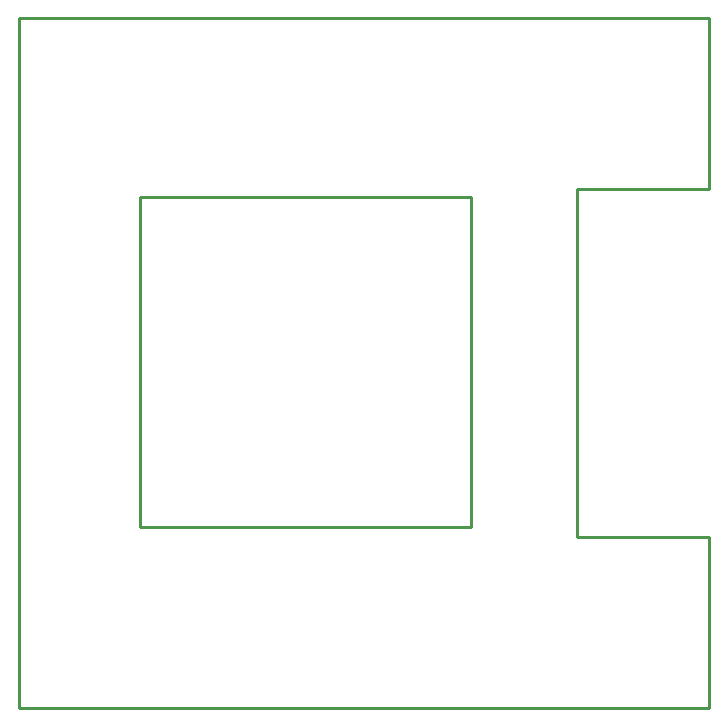
<source format=gko>
G04 Layer: BoardOutlineLayer*
G04 Panelize: , Column: 2, Row: 2, Board Size: 58.42mm x 58.42mm, Panelized Board Size: 118.84mm x 118.84mm*
G04 EasyEDA v6.5.32, 2023-07-25 14:04:49*
G04 2213a410c616409eb271ed70bd61ba3f,5a6b42c53f6a479593ecc07194224c93,10*
G04 Gerber Generator version 0.2*
G04 Scale: 100 percent, Rotated: No, Reflected: No *
G04 Dimensions in millimeters *
G04 leading zeros omitted , absolute positions ,4 integer and 5 decimal *
%FSLAX45Y45*%
%MOMM*%

%ADD10C,0.2540*%
D10*
X0Y5842000D02*
G01*
X5842000Y5842000D01*
X5841987Y4394192D01*
X4724389Y4394192D01*
X4724389Y1447797D01*
X5841987Y1447797D01*
X5842000Y0D01*
X0Y502D01*
X0Y5842000D01*
X1030023Y4331898D02*
G01*
X1030023Y1531904D01*
X1030023Y1531904D02*
G01*
X3830017Y1531904D01*
X3830017Y1531904D02*
G01*
X3830017Y4331898D01*
X3830017Y4331898D02*
G01*
X1030023Y4331898D01*

%LPD*%
M02*

</source>
